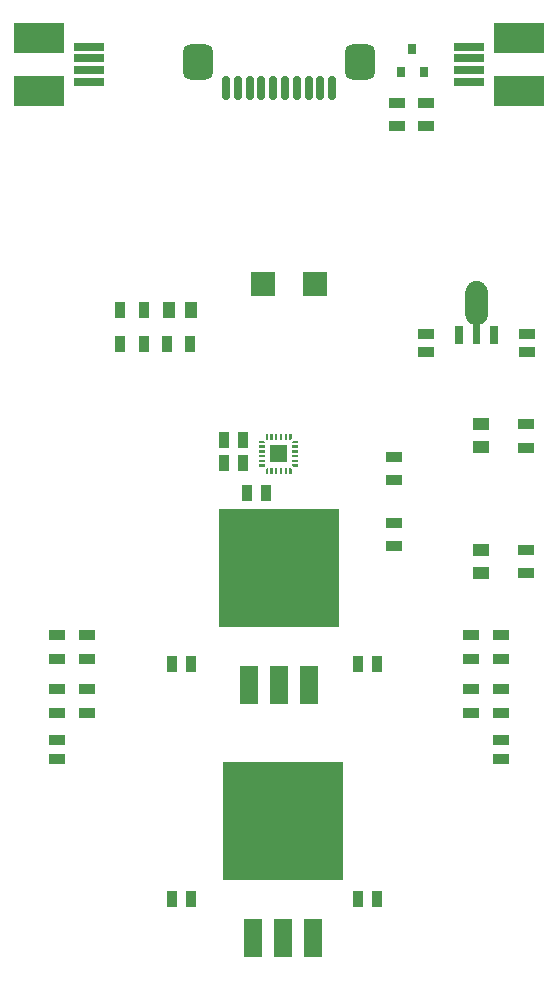
<source format=gtp>
G04*
G04 #@! TF.GenerationSoftware,Altium Limited,Altium Designer,24.9.1 (31)*
G04*
G04 Layer_Color=8421504*
%FSLAX44Y44*%
%MOMM*%
G71*
G04*
G04 #@! TF.SameCoordinates,D009CFA8-F13D-4BBB-A5DC-F2666AB139C3*
G04*
G04*
G04 #@! TF.FilePolarity,Positive*
G04*
G01*
G75*
%ADD20R,2.0000X2.0000*%
%ADD21R,1.4500X0.9500*%
%ADD22R,0.9600X1.3900*%
%ADD23R,2.5000X0.7000*%
%ADD24R,4.3000X2.5000*%
G04:AMPARAMS|DCode=25|XSize=2.601mm|YSize=2.9997mm|CornerRadius=0.6372mm|HoleSize=0mm|Usage=FLASHONLY|Rotation=180.000|XOffset=0mm|YOffset=0mm|HoleType=Round|Shape=RoundedRectangle|*
%AMROUNDEDRECTD25*
21,1,2.6010,1.7253,0,0,180.0*
21,1,1.3265,2.9997,0,0,180.0*
1,1,1.2745,-0.6632,0.8626*
1,1,1.2745,0.6632,0.8626*
1,1,1.2745,0.6632,-0.8626*
1,1,1.2745,-0.6632,-0.8626*
%
%ADD25ROUNDEDRECTD25*%
G04:AMPARAMS|DCode=26|XSize=0.65mm|YSize=2.032mm|CornerRadius=0.1593mm|HoleSize=0mm|Usage=FLASHONLY|Rotation=180.000|XOffset=0mm|YOffset=0mm|HoleType=Round|Shape=RoundedRectangle|*
%AMROUNDEDRECTD26*
21,1,0.6500,1.7135,0,0,180.0*
21,1,0.3315,2.0320,0,0,180.0*
1,1,0.3185,-0.1658,0.8568*
1,1,0.3185,0.1658,0.8568*
1,1,0.3185,0.1658,-0.8568*
1,1,0.3185,-0.1658,-0.8568*
%
%ADD26ROUNDEDRECTD26*%
%ADD27R,1.5110X3.3000*%
%ADD28R,10.1220X10.0200*%
%ADD29O,1.1400X3.2261*%
%ADD30R,0.6720X1.5750*%
%ADD31R,1.3900X0.9600*%
%ADD32R,1.4000X1.0000*%
%ADD33R,1.0000X1.4000*%
%ADD34R,0.9500X1.4500*%
%ADD35O,0.3033X0.1200*%
%ADD36O,0.1200X0.3033*%
%ADD37O,0.1200X0.3034*%
%ADD38O,0.1200X0.3033*%
%ADD39O,0.3033X0.1200*%
%ADD40O,0.3033X0.1200*%
%ADD41O,0.3033X0.1200*%
%ADD42O,0.1200X0.3033*%
%ADD43R,0.8000X0.9000*%
G36*
X417876Y626634D02*
X418320Y626592D01*
X418761Y626530D01*
X419198Y626446D01*
X419631Y626343D01*
X420059Y626219D01*
X420481Y626076D01*
X420895Y625913D01*
X421302Y625730D01*
X421699Y625529D01*
X422086Y625309D01*
X422463Y625072D01*
X422828Y624817D01*
X423181Y624545D01*
X423521Y624257D01*
X423847Y623953D01*
X424158Y623634D01*
X424454Y623302D01*
X424734Y622955D01*
X424997Y622596D01*
X425244Y622225D01*
X425473Y621843D01*
X425683Y621450D01*
X425875Y621048D01*
X426048Y620638D01*
X426201Y620220D01*
X426335Y619795D01*
X426449Y619364D01*
X426542Y618929D01*
X426615Y618489D01*
X426667Y618047D01*
X426698Y617603D01*
X426709Y617157D01*
Y598615D01*
X426698Y598170D01*
X426667Y597726D01*
X426615Y597283D01*
X426542Y596844D01*
X426449Y596408D01*
X426335Y595978D01*
X426201Y595553D01*
X426048Y595135D01*
X425875Y594724D01*
X425683Y594322D01*
X425473Y593930D01*
X425244Y593548D01*
X424997Y593176D01*
X424734Y592817D01*
X424454Y592471D01*
X424158Y592138D01*
X423847Y591819D01*
X423521Y591516D01*
X423181Y591228D01*
X422828Y590956D01*
X422463Y590701D01*
X422086Y590463D01*
X421699Y590244D01*
X421302Y590042D01*
X420509Y589860D01*
Y572887D01*
X413909D01*
Y589860D01*
X413115Y590042D01*
X412718Y590244D01*
X412330Y590463D01*
X411954Y590701D01*
X411589Y590956D01*
X411236Y591228D01*
X410896Y591516D01*
X410570Y591819D01*
X410259Y592138D01*
X409963Y592471D01*
X409683Y592817D01*
X409420Y593176D01*
X409173Y593548D01*
X408944Y593930D01*
X408734Y594322D01*
X408542Y594724D01*
X408369Y595135D01*
X408216Y595553D01*
X408082Y595978D01*
X407968Y596408D01*
X407875Y596844D01*
X407802Y597283D01*
X407750Y597726D01*
X407719Y598170D01*
X407708Y598615D01*
Y617157D01*
X407719Y617603D01*
X407750Y618047D01*
X407802Y618489D01*
X407875Y618929D01*
X407968Y619364D01*
X408082Y619795D01*
X408216Y620220D01*
X408369Y620638D01*
X408542Y621048D01*
X408734Y621450D01*
X408944Y621843D01*
X409173Y622225D01*
X409420Y622596D01*
X409683Y622955D01*
X409963Y623302D01*
X410259Y623634D01*
X410570Y623953D01*
X410896Y624257D01*
X411236Y624545D01*
X411589Y624817D01*
X411954Y625072D01*
X412330Y625309D01*
X412718Y625529D01*
X413115Y625730D01*
X413522Y625913D01*
X413936Y626076D01*
X414358Y626219D01*
X414786Y626343D01*
X415219Y626446D01*
X415656Y626530D01*
X416097Y626592D01*
X416541Y626634D01*
X416986Y626655D01*
X417431D01*
X417876Y626634D01*
D02*
G37*
G36*
X256620Y492123D02*
X254620D01*
Y497173D01*
X256620D01*
Y492123D01*
D02*
G37*
G36*
X252619D02*
X250619D01*
Y497173D01*
X252619D01*
Y492123D01*
D02*
G37*
G36*
X248621D02*
X246621D01*
Y497173D01*
X248621D01*
Y492123D01*
D02*
G37*
G36*
X244621D02*
X242621D01*
Y497173D01*
X244621D01*
Y492123D01*
D02*
G37*
G36*
X240620Y492123D02*
X239620Y492118D01*
X238620Y493118D01*
Y497173D01*
X240620D01*
Y492123D01*
D02*
G37*
G36*
X260619Y493119D02*
X259619Y492118D01*
X258619Y492124D01*
Y497174D01*
X260619D01*
Y493119D01*
D02*
G37*
G36*
X237875Y490374D02*
X237870Y489374D01*
X232820D01*
Y491374D01*
X236875D01*
X237875Y490374D01*
D02*
G37*
G36*
X266420Y489374D02*
X261370D01*
X261365Y490374D01*
X262365Y491373D01*
X266420D01*
Y489374D01*
D02*
G37*
G36*
Y485372D02*
X261370D01*
Y487372D01*
X266420D01*
Y485372D01*
D02*
G37*
G36*
X237871D02*
X232820D01*
Y487372D01*
X237871D01*
Y485372D01*
D02*
G37*
G36*
X266420Y481372D02*
X261370D01*
Y483372D01*
X266420D01*
Y481372D01*
D02*
G37*
G36*
X237871D02*
X232820D01*
Y483372D01*
X237871D01*
Y481372D01*
D02*
G37*
G36*
X266420Y477374D02*
X261370D01*
Y479374D01*
X266420D01*
Y477374D01*
D02*
G37*
G36*
X237871D02*
X232820D01*
Y479374D01*
X237871D01*
Y477374D01*
D02*
G37*
G36*
X266420Y473373D02*
X261370D01*
Y475373D01*
X266420D01*
Y473373D01*
D02*
G37*
G36*
X237871D02*
X232820D01*
Y475373D01*
X237871D01*
Y473373D01*
D02*
G37*
G36*
X256819Y473173D02*
X242419D01*
Y487574D01*
X256819D01*
Y473173D01*
D02*
G37*
G36*
X237876Y470374D02*
X236876Y469374D01*
X232821D01*
Y471373D01*
X237871D01*
X237876Y470374D01*
D02*
G37*
G36*
X266420Y469373D02*
X262365D01*
X261365Y470373D01*
X261370Y471373D01*
X266420D01*
Y469373D01*
D02*
G37*
G36*
X240620Y468624D02*
Y463574D01*
X238620D01*
Y467629D01*
X239620Y468629D01*
X240620Y468624D01*
D02*
G37*
G36*
X260620Y467628D02*
Y463573D01*
X258620D01*
Y468623D01*
X259620Y468628D01*
X260620Y467628D01*
D02*
G37*
G36*
X256620Y463573D02*
X254620D01*
Y468623D01*
X256620D01*
Y463573D01*
D02*
G37*
G36*
X252619D02*
X250619D01*
Y468623D01*
X252619D01*
Y463573D01*
D02*
G37*
G36*
X248621D02*
X246621D01*
Y468623D01*
X248621D01*
Y463573D01*
D02*
G37*
G36*
X244621D02*
X242621D01*
Y468623D01*
X244621D01*
Y463573D01*
D02*
G37*
D20*
X236701Y623943D02*
D03*
X280699D02*
D03*
D21*
X61850Y280883D02*
D03*
Y260883D02*
D03*
X87250D02*
D03*
Y280883D02*
D03*
X459360Y485513D02*
D03*
Y505513D02*
D03*
Y378993D02*
D03*
Y398993D02*
D03*
X412370Y326603D02*
D03*
Y306603D02*
D03*
X437770D02*
D03*
Y326603D02*
D03*
Y280883D02*
D03*
Y260883D02*
D03*
X412370D02*
D03*
Y280883D02*
D03*
X347600Y477733D02*
D03*
Y457733D02*
D03*
X350140Y757453D02*
D03*
Y777453D02*
D03*
X374270D02*
D03*
Y757453D02*
D03*
X347600Y401853D02*
D03*
Y421853D02*
D03*
X61850Y306603D02*
D03*
Y326603D02*
D03*
X87250D02*
D03*
Y306603D02*
D03*
D22*
X238660Y447413D02*
D03*
X222860D02*
D03*
X332520Y302633D02*
D03*
X316720D02*
D03*
X159360Y103243D02*
D03*
X175160D02*
D03*
X159360Y302633D02*
D03*
X175160D02*
D03*
X219610Y472813D02*
D03*
X203810D02*
D03*
Y491863D02*
D03*
X219610D02*
D03*
X316720Y103243D02*
D03*
X332520D02*
D03*
D23*
X410503Y794996D02*
D03*
Y804995D02*
D03*
Y814998D02*
D03*
Y824998D02*
D03*
X89497Y795002D02*
D03*
Y805002D02*
D03*
Y815005D02*
D03*
Y825004D02*
D03*
D24*
X453503Y832497D02*
D03*
Y787497D02*
D03*
X46497Y832503D02*
D03*
Y787503D02*
D03*
D25*
X318504Y812055D02*
D03*
X181496D02*
D03*
D26*
X255000Y790313D02*
D03*
X265000D02*
D03*
X275000D02*
D03*
X285000D02*
D03*
X295000D02*
D03*
X205000D02*
D03*
X215000D02*
D03*
X225000D02*
D03*
X235000D02*
D03*
X245000D02*
D03*
D27*
X253620Y70235D02*
D03*
X228220D02*
D03*
X279020D02*
D03*
X249810Y284865D02*
D03*
X224410D02*
D03*
X275210D02*
D03*
D28*
X253620Y169272D02*
D03*
X249810Y383902D02*
D03*
D29*
X417209Y607887D02*
D03*
D30*
X432210Y580763D02*
D03*
X402210D02*
D03*
D31*
X374620Y566129D02*
D03*
Y581929D02*
D03*
X459620Y566133D02*
D03*
Y581933D02*
D03*
X61850Y237900D02*
D03*
Y222100D02*
D03*
X437770Y237900D02*
D03*
Y222100D02*
D03*
D32*
X421260Y486173D02*
D03*
Y505173D02*
D03*
Y379493D02*
D03*
Y398493D02*
D03*
D33*
X175490Y602353D02*
D03*
X156490D02*
D03*
D34*
X174720Y573143D02*
D03*
X154720D02*
D03*
X135350Y602353D02*
D03*
X115350D02*
D03*
X135350Y573143D02*
D03*
X115350D02*
D03*
D35*
X263895Y470373D02*
D03*
D36*
X239620Y494648D02*
D03*
D37*
X259618D02*
D03*
D38*
X239620Y466098D02*
D03*
D39*
X235345Y470373D02*
D03*
D40*
Y490373D02*
D03*
D41*
X263895D02*
D03*
D42*
X259620Y466098D02*
D03*
D43*
X372340Y803173D02*
D03*
X353340D02*
D03*
X362840Y823173D02*
D03*
M02*

</source>
